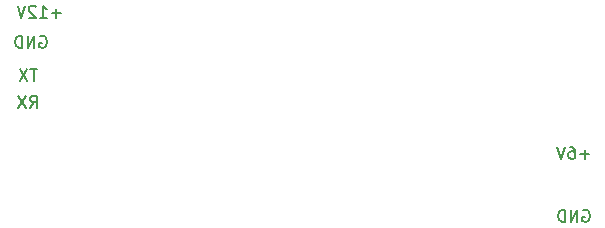
<source format=gbo>
%TF.GenerationSoftware,KiCad,Pcbnew,(5.99.0-9393-ga28cb98626)*%
%TF.CreationDate,2021-03-12T19:06:23-08:00*%
%TF.ProjectId,SimpleServoCtrl,53696d70-6c65-4536-9572-766f4374726c,n/c*%
%TF.SameCoordinates,Original*%
%TF.FileFunction,Legend,Bot*%
%TF.FilePolarity,Positive*%
%FSLAX46Y46*%
G04 Gerber Fmt 4.6, Leading zero omitted, Abs format (unit mm)*
G04 Created by KiCad (PCBNEW (5.99.0-9393-ga28cb98626)) date 2021-03-12 19:06:23*
%MOMM*%
%LPD*%
G01*
G04 APERTURE LIST*
%ADD10C,0.150000*%
G04 APERTURE END LIST*
D10*
X183270904Y-79780000D02*
X183366142Y-79732380D01*
X183509000Y-79732380D01*
X183651857Y-79780000D01*
X183747095Y-79875238D01*
X183794714Y-79970476D01*
X183842333Y-80160952D01*
X183842333Y-80303809D01*
X183794714Y-80494285D01*
X183747095Y-80589523D01*
X183651857Y-80684761D01*
X183509000Y-80732380D01*
X183413761Y-80732380D01*
X183270904Y-80684761D01*
X183223285Y-80637142D01*
X183223285Y-80303809D01*
X183413761Y-80303809D01*
X182794714Y-80732380D02*
X182794714Y-79732380D01*
X182223285Y-80732380D01*
X182223285Y-79732380D01*
X181747095Y-80732380D02*
X181747095Y-79732380D01*
X181509000Y-79732380D01*
X181366142Y-79780000D01*
X181270904Y-79875238D01*
X181223285Y-79970476D01*
X181175666Y-80160952D01*
X181175666Y-80303809D01*
X181223285Y-80494285D01*
X181270904Y-80589523D01*
X181366142Y-80684761D01*
X181509000Y-80732380D01*
X181747095Y-80732380D01*
X183794714Y-75017428D02*
X183032809Y-75017428D01*
X183413761Y-75398380D02*
X183413761Y-74636476D01*
X182128047Y-74398380D02*
X182318523Y-74398380D01*
X182413761Y-74446000D01*
X182461380Y-74493619D01*
X182556619Y-74636476D01*
X182604238Y-74826952D01*
X182604238Y-75207904D01*
X182556619Y-75303142D01*
X182509000Y-75350761D01*
X182413761Y-75398380D01*
X182223285Y-75398380D01*
X182128047Y-75350761D01*
X182080428Y-75303142D01*
X182032809Y-75207904D01*
X182032809Y-74969809D01*
X182080428Y-74874571D01*
X182128047Y-74826952D01*
X182223285Y-74779333D01*
X182413761Y-74779333D01*
X182509000Y-74826952D01*
X182556619Y-74874571D01*
X182604238Y-74969809D01*
X181747095Y-74398380D02*
X181413761Y-75398380D01*
X181080428Y-74398380D01*
X136447666Y-71080380D02*
X136781000Y-70604190D01*
X137019095Y-71080380D02*
X137019095Y-70080380D01*
X136638142Y-70080380D01*
X136542904Y-70128000D01*
X136495285Y-70175619D01*
X136447666Y-70270857D01*
X136447666Y-70413714D01*
X136495285Y-70508952D01*
X136542904Y-70556571D01*
X136638142Y-70604190D01*
X137019095Y-70604190D01*
X136114333Y-70080380D02*
X135447666Y-71080380D01*
X135447666Y-70080380D02*
X136114333Y-71080380D01*
X137042904Y-67794380D02*
X136471476Y-67794380D01*
X136757190Y-68794380D02*
X136757190Y-67794380D01*
X136233380Y-67794380D02*
X135566714Y-68794380D01*
X135566714Y-67794380D02*
X136233380Y-68794380D01*
X137296904Y-65048000D02*
X137392142Y-65000380D01*
X137535000Y-65000380D01*
X137677857Y-65048000D01*
X137773095Y-65143238D01*
X137820714Y-65238476D01*
X137868333Y-65428952D01*
X137868333Y-65571809D01*
X137820714Y-65762285D01*
X137773095Y-65857523D01*
X137677857Y-65952761D01*
X137535000Y-66000380D01*
X137439761Y-66000380D01*
X137296904Y-65952761D01*
X137249285Y-65905142D01*
X137249285Y-65571809D01*
X137439761Y-65571809D01*
X136820714Y-66000380D02*
X136820714Y-65000380D01*
X136249285Y-66000380D01*
X136249285Y-65000380D01*
X135773095Y-66000380D02*
X135773095Y-65000380D01*
X135535000Y-65000380D01*
X135392142Y-65048000D01*
X135296904Y-65143238D01*
X135249285Y-65238476D01*
X135201666Y-65428952D01*
X135201666Y-65571809D01*
X135249285Y-65762285D01*
X135296904Y-65857523D01*
X135392142Y-65952761D01*
X135535000Y-66000380D01*
X135773095Y-66000380D01*
X139058904Y-63079428D02*
X138297000Y-63079428D01*
X138677952Y-63460380D02*
X138677952Y-62698476D01*
X137297000Y-63460380D02*
X137868428Y-63460380D01*
X137582714Y-63460380D02*
X137582714Y-62460380D01*
X137677952Y-62603238D01*
X137773190Y-62698476D01*
X137868428Y-62746095D01*
X136916047Y-62555619D02*
X136868428Y-62508000D01*
X136773190Y-62460380D01*
X136535095Y-62460380D01*
X136439857Y-62508000D01*
X136392238Y-62555619D01*
X136344619Y-62650857D01*
X136344619Y-62746095D01*
X136392238Y-62888952D01*
X136963666Y-63460380D01*
X136344619Y-63460380D01*
X136058904Y-62460380D02*
X135725571Y-63460380D01*
X135392238Y-62460380D01*
M02*

</source>
